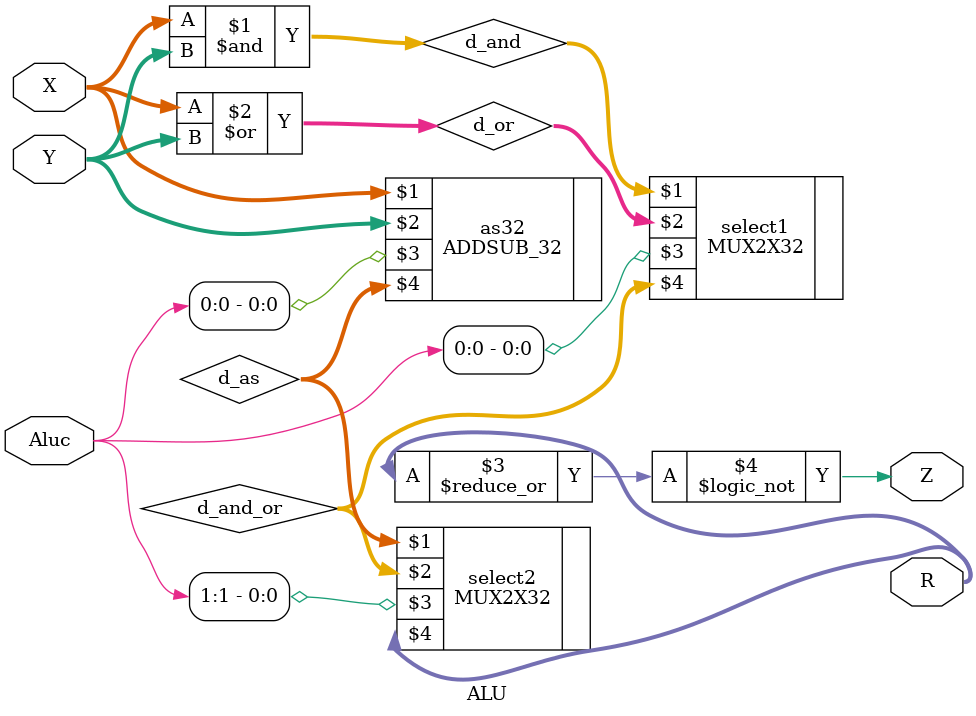
<source format=v>
`timescale 1ns / 1ps
module ALU(X,Y,Aluc,R,Z);
    input[31:0]X,Y;
    input[1:0]Aluc;
    output[31:0]R;
    output Z;
    wire [31:0]d_as,d_and,d_or,d_and_or;
    ADDSUB_32 as32(X,Y,Aluc[0],d_as);
    assign d_and = X&Y;
    assign d_or = X|Y;
    MUX2X32 select1(d_and,d_or,Aluc[0],d_and_or);
    MUX2X32 select2(d_as,d_and_or,Aluc[1],R);
    assign Z=~|R;
endmodule

</source>
